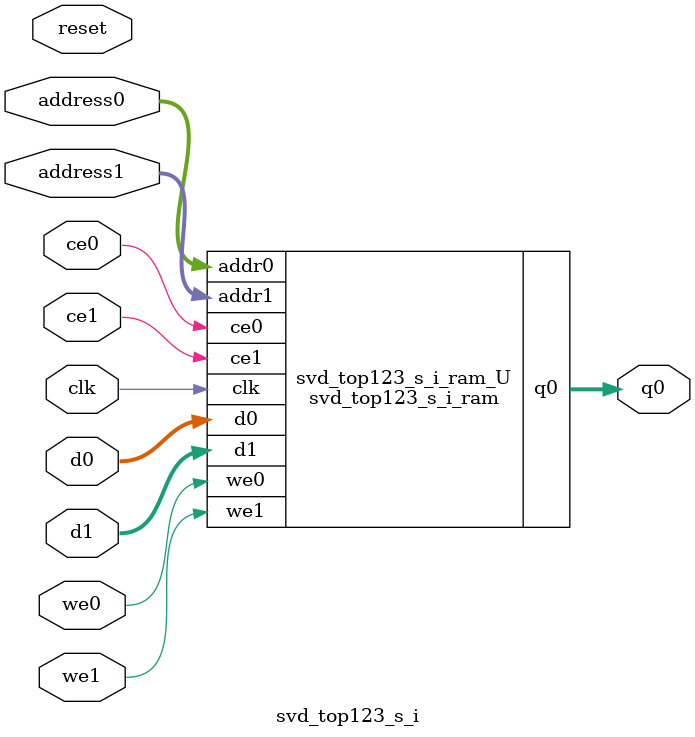
<source format=v>
`timescale 1 ns / 1 ps
module svd_top123_s_i_ram (addr0, ce0, d0, we0, q0, addr1, ce1, d1, we1,  clk);

parameter DWIDTH = 32;
parameter AWIDTH = 6;
parameter MEM_SIZE = 36;

input[AWIDTH-1:0] addr0;
input ce0;
input[DWIDTH-1:0] d0;
input we0;
output reg[DWIDTH-1:0] q0;
input[AWIDTH-1:0] addr1;
input ce1;
input[DWIDTH-1:0] d1;
input we1;
input clk;

reg [DWIDTH-1:0] ram[0:MEM_SIZE-1];




always @(posedge clk)  
begin 
    if (ce0) begin
        if (we0) 
            ram[addr0] <= d0; 
        q0 <= ram[addr0];
    end
end


always @(posedge clk)  
begin 
    if (ce1) begin
        if (we1) 
            ram[addr1] <= d1; 
    end
end


endmodule

`timescale 1 ns / 1 ps
module svd_top123_s_i(
    reset,
    clk,
    address0,
    ce0,
    we0,
    d0,
    q0,
    address1,
    ce1,
    we1,
    d1);

parameter DataWidth = 32'd32;
parameter AddressRange = 32'd36;
parameter AddressWidth = 32'd6;
input reset;
input clk;
input[AddressWidth - 1:0] address0;
input ce0;
input we0;
input[DataWidth - 1:0] d0;
output[DataWidth - 1:0] q0;
input[AddressWidth - 1:0] address1;
input ce1;
input we1;
input[DataWidth - 1:0] d1;



svd_top123_s_i_ram svd_top123_s_i_ram_U(
    .clk( clk ),
    .addr0( address0 ),
    .ce0( ce0 ),
    .we0( we0 ),
    .d0( d0 ),
    .q0( q0 ),
    .addr1( address1 ),
    .ce1( ce1 ),
    .we1( we1 ),
    .d1( d1 ));

endmodule


</source>
